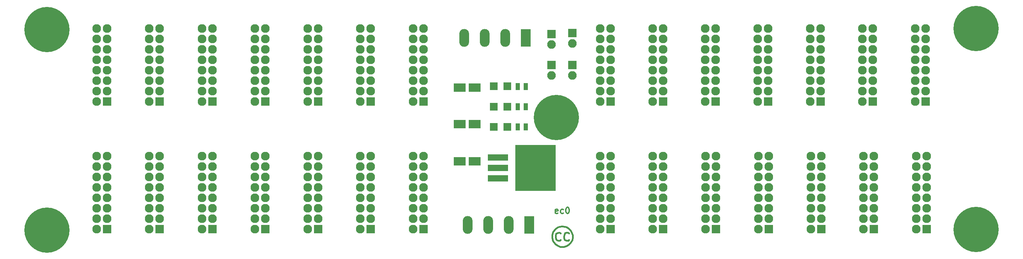
<source format=gbr>
G04 #@! TF.FileFunction,Soldermask,Top*
%FSLAX46Y46*%
G04 Gerber Fmt 4.6, Leading zero omitted, Abs format (unit mm)*
G04 Created by KiCad (PCBNEW 4.0.7+dfsg1-1ubuntu2) date Sat Apr 28 09:11:57 2018*
%MOMM*%
%LPD*%
G01*
G04 APERTURE LIST*
%ADD10C,0.100000*%
%ADD11C,0.300000*%
%ADD12C,0.381000*%
%ADD13C,11.000000*%
%ADD14C,1.100000*%
%ADD15R,3.000000X2.000000*%
%ADD16R,1.900000X1.900000*%
%ADD17R,2.380000X4.360000*%
%ADD18O,2.380000X4.360000*%
%ADD19R,2.100000X2.100000*%
%ADD20O,2.100000X2.100000*%
%ADD21R,1.100000X1.700000*%
%ADD22R,5.000000X1.500000*%
%ADD23R,9.800000X11.200000*%
%ADD24R,2.127200X2.127200*%
%ADD25O,2.127200X2.127200*%
G04 APERTURE END LIST*
D10*
D11*
X154278572Y-144507143D02*
X154135715Y-144578571D01*
X153850001Y-144578571D01*
X153707144Y-144507143D01*
X153635715Y-144364286D01*
X153635715Y-143792857D01*
X153707144Y-143650000D01*
X153850001Y-143578571D01*
X154135715Y-143578571D01*
X154278572Y-143650000D01*
X154350001Y-143792857D01*
X154350001Y-143935714D01*
X153635715Y-144078571D01*
X155635715Y-144507143D02*
X155492858Y-144578571D01*
X155207144Y-144578571D01*
X155064286Y-144507143D01*
X154992858Y-144435714D01*
X154921429Y-144292857D01*
X154921429Y-143864286D01*
X154992858Y-143721429D01*
X155064286Y-143650000D01*
X155207144Y-143578571D01*
X155492858Y-143578571D01*
X155635715Y-143650000D01*
X156564286Y-143078571D02*
X156707143Y-143078571D01*
X156850000Y-143150000D01*
X156921429Y-143221429D01*
X156992858Y-143364286D01*
X157064286Y-143650000D01*
X157064286Y-144007143D01*
X156992858Y-144292857D01*
X156921429Y-144435714D01*
X156850000Y-144507143D01*
X156707143Y-144578571D01*
X156564286Y-144578571D01*
X156421429Y-144507143D01*
X156350000Y-144435714D01*
X156278572Y-144292857D01*
X156207143Y-144007143D01*
X156207143Y-143650000D01*
X156278572Y-143364286D01*
X156350000Y-143221429D01*
X156421429Y-143150000D01*
X156564286Y-143078571D01*
D12*
X156975200Y-149399900D02*
X156876140Y-149300840D01*
X156876140Y-149300840D02*
X156675480Y-149199240D01*
X156675480Y-149199240D02*
X156375760Y-149199240D01*
X156375760Y-149199240D02*
X156076040Y-149300840D01*
X156076040Y-149300840D02*
X155875380Y-149699620D01*
X155875380Y-149699620D02*
X155773780Y-150200000D01*
X155773780Y-150200000D02*
X155773780Y-150598780D01*
X155773780Y-150598780D02*
X155974440Y-151000100D01*
X155974440Y-151000100D02*
X156375760Y-151200760D01*
X156375760Y-151200760D02*
X156573880Y-151200760D01*
X156573880Y-151200760D02*
X156876140Y-151200760D01*
X156876140Y-151200760D02*
X156975200Y-151000100D01*
X154976220Y-149399900D02*
X154874620Y-149300840D01*
X154874620Y-149300840D02*
X154574900Y-149199240D01*
X154574900Y-149199240D02*
X154176120Y-149300840D01*
X154176120Y-149300840D02*
X153873860Y-149498960D01*
X153873860Y-149498960D02*
X153774800Y-149900280D01*
X153774800Y-149900280D02*
X153774800Y-150299060D01*
X153774800Y-150299060D02*
X153873860Y-150799440D01*
X153873860Y-150799440D02*
X154074520Y-151099160D01*
X154074520Y-151099160D02*
X154374240Y-151200760D01*
X154374240Y-151200760D02*
X154775560Y-151200760D01*
X154775560Y-151200760D02*
X154976220Y-151000100D01*
X155375000Y-147700640D02*
X155275940Y-147700640D01*
X155275940Y-147700640D02*
X154673960Y-147799700D01*
X154673960Y-147799700D02*
X154176120Y-148000360D01*
X154176120Y-148000360D02*
X153675740Y-148399140D01*
X153675740Y-148399140D02*
X153175360Y-149001120D01*
X153175360Y-149001120D02*
X152974700Y-149399900D01*
X152974700Y-149399900D02*
X152875640Y-149900280D01*
X152875640Y-149900280D02*
X152875640Y-150499720D01*
X152875640Y-150499720D02*
X153073760Y-151299820D01*
X153073760Y-151299820D02*
X153675740Y-152000860D01*
X153675740Y-152000860D02*
X154176120Y-152399640D01*
X154176120Y-152399640D02*
X154874620Y-152699360D01*
X154874620Y-152699360D02*
X155674720Y-152699360D01*
X155674720Y-152699360D02*
X156274160Y-152501240D01*
X156274160Y-152501240D02*
X156876140Y-152198980D01*
X156876140Y-152198980D02*
X157373980Y-151701140D01*
X157373980Y-151701140D02*
X157775300Y-151000100D01*
X157775300Y-151000100D02*
X157874360Y-150400660D01*
X157874360Y-150400660D02*
X157874360Y-149801220D01*
X157874360Y-149801220D02*
X157676240Y-149199240D01*
X157676240Y-149199240D02*
X157373980Y-148698860D01*
X157373980Y-148698860D02*
X156876140Y-148201020D01*
X156876140Y-148201020D02*
X156375760Y-147898760D01*
X156375760Y-147898760D02*
X155974440Y-147799700D01*
X155974440Y-147799700D02*
X155375000Y-147700640D01*
X156975200Y-149399900D02*
X156876140Y-149300840D01*
X156876140Y-149300840D02*
X156675480Y-149199240D01*
X156675480Y-149199240D02*
X156375760Y-149199240D01*
X156375760Y-149199240D02*
X156076040Y-149300840D01*
X156076040Y-149300840D02*
X155875380Y-149699620D01*
X155875380Y-149699620D02*
X155773780Y-150200000D01*
X155773780Y-150200000D02*
X155773780Y-150598780D01*
X155773780Y-150598780D02*
X155974440Y-151000100D01*
X155974440Y-151000100D02*
X156375760Y-151200760D01*
X156375760Y-151200760D02*
X156573880Y-151200760D01*
X156573880Y-151200760D02*
X156876140Y-151200760D01*
X156876140Y-151200760D02*
X156975200Y-151000100D01*
X154976220Y-149399900D02*
X154874620Y-149300840D01*
X154874620Y-149300840D02*
X154574900Y-149199240D01*
X154574900Y-149199240D02*
X154176120Y-149300840D01*
X154176120Y-149300840D02*
X153873860Y-149498960D01*
X153873860Y-149498960D02*
X153774800Y-149900280D01*
X153774800Y-149900280D02*
X153774800Y-150299060D01*
X153774800Y-150299060D02*
X153873860Y-150799440D01*
X153873860Y-150799440D02*
X154074520Y-151099160D01*
X154074520Y-151099160D02*
X154374240Y-151200760D01*
X154374240Y-151200760D02*
X154775560Y-151200760D01*
X154775560Y-151200760D02*
X154976220Y-151000100D01*
X155375000Y-147700640D02*
X155275940Y-147700640D01*
X155275940Y-147700640D02*
X154673960Y-147799700D01*
X154673960Y-147799700D02*
X154176120Y-148000360D01*
X154176120Y-148000360D02*
X153675740Y-148399140D01*
X153675740Y-148399140D02*
X153175360Y-149001120D01*
X153175360Y-149001120D02*
X152974700Y-149399900D01*
X152974700Y-149399900D02*
X152875640Y-149900280D01*
X152875640Y-149900280D02*
X152875640Y-150499720D01*
X152875640Y-150499720D02*
X153073760Y-151299820D01*
X153073760Y-151299820D02*
X153675740Y-152000860D01*
X153675740Y-152000860D02*
X154176120Y-152399640D01*
X154176120Y-152399640D02*
X154874620Y-152699360D01*
X154874620Y-152699360D02*
X155674720Y-152699360D01*
X155674720Y-152699360D02*
X156274160Y-152501240D01*
X156274160Y-152501240D02*
X156876140Y-152198980D01*
X156876140Y-152198980D02*
X157373980Y-151701140D01*
X157373980Y-151701140D02*
X157775300Y-151000100D01*
X157775300Y-151000100D02*
X157874360Y-150400660D01*
X157874360Y-150400660D02*
X157874360Y-149801220D01*
X157874360Y-149801220D02*
X157676240Y-149199240D01*
X157676240Y-149199240D02*
X157373980Y-148698860D01*
X157373980Y-148698860D02*
X156876140Y-148201020D01*
X156876140Y-148201020D02*
X156375760Y-147898760D01*
X156375760Y-147898760D02*
X155974440Y-147799700D01*
X155974440Y-147799700D02*
X155375000Y-147700640D01*
D13*
X256135749Y-99550000D03*
D14*
X260110749Y-99550000D03*
X258946498Y-102360749D03*
X256135749Y-103525000D03*
X253325000Y-102360749D03*
X252160749Y-99550000D03*
X253325000Y-96739251D03*
X256135749Y-95575000D03*
X258946498Y-96739251D03*
D13*
X256135749Y-148460749D03*
D14*
X260110749Y-148460749D03*
X258946498Y-151271498D03*
X256135749Y-152435749D03*
X253325000Y-151271498D03*
X252160749Y-148460749D03*
X253325000Y-145650000D03*
X256135749Y-144485749D03*
X258946498Y-145650000D03*
D13*
X153914251Y-121239251D03*
D14*
X157889251Y-121239251D03*
X156725000Y-124050000D03*
X153914251Y-125214251D03*
X151103502Y-124050000D03*
X149939251Y-121239251D03*
X151103502Y-118428502D03*
X153914251Y-117264251D03*
X156725000Y-118428502D03*
D13*
X29885749Y-148660749D03*
D14*
X33860749Y-148660749D03*
X32696498Y-151471498D03*
X29885749Y-152635749D03*
X27075000Y-151471498D03*
X25910749Y-148660749D03*
X27075000Y-145850000D03*
X29885749Y-144685749D03*
X32696498Y-145850000D03*
D15*
X134025000Y-113950000D03*
X130425000Y-113950000D03*
X130425000Y-122835000D03*
X134025000Y-122835000D03*
X130425000Y-131850000D03*
X134025000Y-131850000D03*
D16*
X142000000Y-113625000D03*
X138700000Y-113625000D03*
X142000000Y-118550000D03*
X138700000Y-118550000D03*
X142000000Y-123450000D03*
X138700000Y-123450000D03*
D17*
X146500000Y-101850000D03*
D18*
X141500000Y-101850000D03*
X131500000Y-101850000D03*
X136500000Y-101850000D03*
D17*
X147350000Y-147350000D03*
D18*
X142350000Y-147350000D03*
X132350000Y-147350000D03*
X137350000Y-147350000D03*
D19*
X152750000Y-100875000D03*
D20*
X152750000Y-103415000D03*
D19*
X152750000Y-108425000D03*
D20*
X152750000Y-110965000D03*
D19*
X157800000Y-100650000D03*
D20*
X157800000Y-103190000D03*
D19*
X157800000Y-108425000D03*
D20*
X157800000Y-110965000D03*
D21*
X144550000Y-113675000D03*
X146450000Y-113675000D03*
X144550000Y-118600000D03*
X146450000Y-118600000D03*
X144550000Y-123500000D03*
X146450000Y-123500000D03*
D13*
X29885749Y-99750000D03*
D14*
X33860749Y-99750000D03*
X32696498Y-102560749D03*
X29885749Y-103725000D03*
X27075000Y-102560749D03*
X25910749Y-99750000D03*
X27075000Y-96939251D03*
X29885749Y-95775000D03*
X32696498Y-96939251D03*
D22*
X139725000Y-130900000D03*
X139725000Y-133440000D03*
X139725000Y-135980000D03*
D23*
X148875000Y-133440000D03*
D24*
X244049998Y-148369999D03*
D25*
X241509998Y-148369999D03*
X244049998Y-145829999D03*
X241509998Y-145829999D03*
X244049998Y-143289999D03*
X241509998Y-143289999D03*
X244049998Y-140749999D03*
X241509998Y-140749999D03*
X244049998Y-138209999D03*
X241509998Y-138209999D03*
X244049998Y-135669999D03*
X241509998Y-135669999D03*
X244049998Y-133129999D03*
X241509998Y-133129999D03*
X244049998Y-130589999D03*
X241509998Y-130589999D03*
D24*
X121574988Y-148369999D03*
D25*
X119034988Y-148369999D03*
X121574988Y-145829999D03*
X119034988Y-145829999D03*
X121574988Y-143289999D03*
X119034988Y-143289999D03*
X121574988Y-140749999D03*
X119034988Y-140749999D03*
X121574988Y-138209999D03*
X119034988Y-138209999D03*
X121574988Y-135669999D03*
X119034988Y-135669999D03*
X121574988Y-133129999D03*
X119034988Y-133129999D03*
X121574988Y-130589999D03*
X119034988Y-130589999D03*
D24*
X243799998Y-117310001D03*
D25*
X241259998Y-117310001D03*
X243799998Y-114770001D03*
X241259998Y-114770001D03*
X243799998Y-112230001D03*
X241259998Y-112230001D03*
X243799998Y-109690001D03*
X241259998Y-109690001D03*
X243799998Y-107150001D03*
X241259998Y-107150001D03*
X243799998Y-104610001D03*
X241259998Y-104610001D03*
X243799998Y-102070001D03*
X241259998Y-102070001D03*
X243799998Y-99530001D03*
X241259998Y-99530001D03*
D24*
X121574988Y-117310001D03*
D25*
X119034988Y-117310001D03*
X121574988Y-114770001D03*
X119034988Y-114770001D03*
X121574988Y-112230001D03*
X119034988Y-112230001D03*
X121574988Y-109690001D03*
X119034988Y-109690001D03*
X121574988Y-107150001D03*
X119034988Y-107150001D03*
X121574988Y-104610001D03*
X119034988Y-104610001D03*
X121574988Y-102070001D03*
X119034988Y-102070001D03*
X121574988Y-99530001D03*
X119034988Y-99530001D03*
D24*
X231204165Y-148369999D03*
D25*
X228664165Y-148369999D03*
X231204165Y-145829999D03*
X228664165Y-145829999D03*
X231204165Y-143289999D03*
X228664165Y-143289999D03*
X231204165Y-140749999D03*
X228664165Y-140749999D03*
X231204165Y-138209999D03*
X228664165Y-138209999D03*
X231204165Y-135669999D03*
X228664165Y-135669999D03*
X231204165Y-133129999D03*
X228664165Y-133129999D03*
X231204165Y-130589999D03*
X228664165Y-130589999D03*
D24*
X108728836Y-148369999D03*
D25*
X106188836Y-148369999D03*
X108728836Y-145829999D03*
X106188836Y-145829999D03*
X108728836Y-143289999D03*
X106188836Y-143289999D03*
X108728836Y-140749999D03*
X106188836Y-140749999D03*
X108728836Y-138209999D03*
X106188836Y-138209999D03*
X108728836Y-135669999D03*
X106188836Y-135669999D03*
X108728836Y-133129999D03*
X106188836Y-133129999D03*
X108728836Y-130589999D03*
X106188836Y-130589999D03*
D24*
X230991665Y-117310001D03*
D25*
X228451665Y-117310001D03*
X230991665Y-114770001D03*
X228451665Y-114770001D03*
X230991665Y-112230001D03*
X228451665Y-112230001D03*
X230991665Y-109690001D03*
X228451665Y-109690001D03*
X230991665Y-107150001D03*
X228451665Y-107150001D03*
X230991665Y-104610001D03*
X228451665Y-104610001D03*
X230991665Y-102070001D03*
X228451665Y-102070001D03*
X230991665Y-99530001D03*
X228451665Y-99530001D03*
D24*
X108728836Y-117310001D03*
D25*
X106188836Y-117310001D03*
X108728836Y-114770001D03*
X106188836Y-114770001D03*
X108728836Y-112230001D03*
X106188836Y-112230001D03*
X108728836Y-109690001D03*
X106188836Y-109690001D03*
X108728836Y-107150001D03*
X106188836Y-107150001D03*
X108728836Y-104610001D03*
X106188836Y-104610001D03*
X108728836Y-102070001D03*
X106188836Y-102070001D03*
X108728836Y-99530001D03*
X106188836Y-99530001D03*
D24*
X218458332Y-148369999D03*
D25*
X215918332Y-148369999D03*
X218458332Y-145829999D03*
X215918332Y-145829999D03*
X218458332Y-143289999D03*
X215918332Y-143289999D03*
X218458332Y-140749999D03*
X215918332Y-140749999D03*
X218458332Y-138209999D03*
X215918332Y-138209999D03*
X218458332Y-135669999D03*
X215918332Y-135669999D03*
X218458332Y-133129999D03*
X215918332Y-133129999D03*
X218458332Y-130589999D03*
X215918332Y-130589999D03*
D24*
X95882684Y-148369999D03*
D25*
X93342684Y-148369999D03*
X95882684Y-145829999D03*
X93342684Y-145829999D03*
X95882684Y-143289999D03*
X93342684Y-143289999D03*
X95882684Y-140749999D03*
X93342684Y-140749999D03*
X95882684Y-138209999D03*
X93342684Y-138209999D03*
X95882684Y-135669999D03*
X93342684Y-135669999D03*
X95882684Y-133129999D03*
X93342684Y-133129999D03*
X95882684Y-130589999D03*
X93342684Y-130589999D03*
D24*
X218283332Y-117310001D03*
D25*
X215743332Y-117310001D03*
X218283332Y-114770001D03*
X215743332Y-114770001D03*
X218283332Y-112230001D03*
X215743332Y-112230001D03*
X218283332Y-109690001D03*
X215743332Y-109690001D03*
X218283332Y-107150001D03*
X215743332Y-107150001D03*
X218283332Y-104610001D03*
X215743332Y-104610001D03*
X218283332Y-102070001D03*
X215743332Y-102070001D03*
X218283332Y-99530001D03*
X215743332Y-99530001D03*
D24*
X95882684Y-117310001D03*
D25*
X93342684Y-117310001D03*
X95882684Y-114770001D03*
X93342684Y-114770001D03*
X95882684Y-112230001D03*
X93342684Y-112230001D03*
X95882684Y-109690001D03*
X93342684Y-109690001D03*
X95882684Y-107150001D03*
X93342684Y-107150001D03*
X95882684Y-104610001D03*
X93342684Y-104610001D03*
X95882684Y-102070001D03*
X93342684Y-102070001D03*
X95882684Y-99530001D03*
X93342684Y-99530001D03*
D24*
X205637499Y-148369999D03*
D25*
X203097499Y-148369999D03*
X205637499Y-145829999D03*
X203097499Y-145829999D03*
X205637499Y-143289999D03*
X203097499Y-143289999D03*
X205637499Y-140749999D03*
X203097499Y-140749999D03*
X205637499Y-138209999D03*
X203097499Y-138209999D03*
X205637499Y-135669999D03*
X203097499Y-135669999D03*
X205637499Y-133129999D03*
X203097499Y-133129999D03*
X205637499Y-130589999D03*
X203097499Y-130589999D03*
D24*
X83036532Y-148369999D03*
D25*
X80496532Y-148369999D03*
X83036532Y-145829999D03*
X80496532Y-145829999D03*
X83036532Y-143289999D03*
X80496532Y-143289999D03*
X83036532Y-140749999D03*
X80496532Y-140749999D03*
X83036532Y-138209999D03*
X80496532Y-138209999D03*
X83036532Y-135669999D03*
X80496532Y-135669999D03*
X83036532Y-133129999D03*
X80496532Y-133129999D03*
X83036532Y-130589999D03*
X80496532Y-130589999D03*
D24*
X205499999Y-117310001D03*
D25*
X202959999Y-117310001D03*
X205499999Y-114770001D03*
X202959999Y-114770001D03*
X205499999Y-112230001D03*
X202959999Y-112230001D03*
X205499999Y-109690001D03*
X202959999Y-109690001D03*
X205499999Y-107150001D03*
X202959999Y-107150001D03*
X205499999Y-104610001D03*
X202959999Y-104610001D03*
X205499999Y-102070001D03*
X202959999Y-102070001D03*
X205499999Y-99530001D03*
X202959999Y-99530001D03*
D24*
X83036532Y-117310001D03*
D25*
X80496532Y-117310001D03*
X83036532Y-114770001D03*
X80496532Y-114770001D03*
X83036532Y-112230001D03*
X80496532Y-112230001D03*
X83036532Y-109690001D03*
X80496532Y-109690001D03*
X83036532Y-107150001D03*
X80496532Y-107150001D03*
X83036532Y-104610001D03*
X80496532Y-104610001D03*
X83036532Y-102070001D03*
X80496532Y-102070001D03*
X83036532Y-99530001D03*
X80496532Y-99530001D03*
D24*
X192791666Y-148369999D03*
D25*
X190251666Y-148369999D03*
X192791666Y-145829999D03*
X190251666Y-145829999D03*
X192791666Y-143289999D03*
X190251666Y-143289999D03*
X192791666Y-140749999D03*
X190251666Y-140749999D03*
X192791666Y-138209999D03*
X190251666Y-138209999D03*
X192791666Y-135669999D03*
X190251666Y-135669999D03*
X192791666Y-133129999D03*
X190251666Y-133129999D03*
X192791666Y-130589999D03*
X190251666Y-130589999D03*
D24*
X70190380Y-148369999D03*
D25*
X67650380Y-148369999D03*
X70190380Y-145829999D03*
X67650380Y-145829999D03*
X70190380Y-143289999D03*
X67650380Y-143289999D03*
X70190380Y-140749999D03*
X67650380Y-140749999D03*
X70190380Y-138209999D03*
X67650380Y-138209999D03*
X70190380Y-135669999D03*
X67650380Y-135669999D03*
X70190380Y-133129999D03*
X67650380Y-133129999D03*
X70190380Y-130589999D03*
X67650380Y-130589999D03*
D24*
X192691666Y-117310001D03*
D25*
X190151666Y-117310001D03*
X192691666Y-114770001D03*
X190151666Y-114770001D03*
X192691666Y-112230001D03*
X190151666Y-112230001D03*
X192691666Y-109690001D03*
X190151666Y-109690001D03*
X192691666Y-107150001D03*
X190151666Y-107150001D03*
X192691666Y-104610001D03*
X190151666Y-104610001D03*
X192691666Y-102070001D03*
X190151666Y-102070001D03*
X192691666Y-99530001D03*
X190151666Y-99530001D03*
D24*
X70190380Y-117310001D03*
D25*
X67650380Y-117310001D03*
X70190380Y-114770001D03*
X67650380Y-114770001D03*
X70190380Y-112230001D03*
X67650380Y-112230001D03*
X70190380Y-109690001D03*
X67650380Y-109690001D03*
X70190380Y-107150001D03*
X67650380Y-107150001D03*
X70190380Y-104610001D03*
X67650380Y-104610001D03*
X70190380Y-102070001D03*
X67650380Y-102070001D03*
X70190380Y-99530001D03*
X67650380Y-99530001D03*
D24*
X179945833Y-148369999D03*
D25*
X177405833Y-148369999D03*
X179945833Y-145829999D03*
X177405833Y-145829999D03*
X179945833Y-143289999D03*
X177405833Y-143289999D03*
X179945833Y-140749999D03*
X177405833Y-140749999D03*
X179945833Y-138209999D03*
X177405833Y-138209999D03*
X179945833Y-135669999D03*
X177405833Y-135669999D03*
X179945833Y-133129999D03*
X177405833Y-133129999D03*
X179945833Y-130589999D03*
X177405833Y-130589999D03*
D24*
X57344228Y-148369999D03*
D25*
X54804228Y-148369999D03*
X57344228Y-145829999D03*
X54804228Y-145829999D03*
X57344228Y-143289999D03*
X54804228Y-143289999D03*
X57344228Y-140749999D03*
X54804228Y-140749999D03*
X57344228Y-138209999D03*
X54804228Y-138209999D03*
X57344228Y-135669999D03*
X54804228Y-135669999D03*
X57344228Y-133129999D03*
X54804228Y-133129999D03*
X57344228Y-130589999D03*
X54804228Y-130589999D03*
D24*
X179883333Y-117310001D03*
D25*
X177343333Y-117310001D03*
X179883333Y-114770001D03*
X177343333Y-114770001D03*
X179883333Y-112230001D03*
X177343333Y-112230001D03*
X179883333Y-109690001D03*
X177343333Y-109690001D03*
X179883333Y-107150001D03*
X177343333Y-107150001D03*
X179883333Y-104610001D03*
X177343333Y-104610001D03*
X179883333Y-102070001D03*
X177343333Y-102070001D03*
X179883333Y-99530001D03*
X177343333Y-99530001D03*
D24*
X57344228Y-117310001D03*
D25*
X54804228Y-117310001D03*
X57344228Y-114770001D03*
X54804228Y-114770001D03*
X57344228Y-112230001D03*
X54804228Y-112230001D03*
X57344228Y-109690001D03*
X54804228Y-109690001D03*
X57344228Y-107150001D03*
X54804228Y-107150001D03*
X57344228Y-104610001D03*
X54804228Y-104610001D03*
X57344228Y-102070001D03*
X54804228Y-102070001D03*
X57344228Y-99530001D03*
X54804228Y-99530001D03*
D24*
X167125000Y-148369999D03*
D25*
X164585000Y-148369999D03*
X167125000Y-145829999D03*
X164585000Y-145829999D03*
X167125000Y-143289999D03*
X164585000Y-143289999D03*
X167125000Y-140749999D03*
X164585000Y-140749999D03*
X167125000Y-138209999D03*
X164585000Y-138209999D03*
X167125000Y-135669999D03*
X164585000Y-135669999D03*
X167125000Y-133129999D03*
X164585000Y-133129999D03*
X167125000Y-130589999D03*
X164585000Y-130589999D03*
D24*
X44498076Y-148369999D03*
D25*
X41958076Y-148369999D03*
X44498076Y-145829999D03*
X41958076Y-145829999D03*
X44498076Y-143289999D03*
X41958076Y-143289999D03*
X44498076Y-140749999D03*
X41958076Y-140749999D03*
X44498076Y-138209999D03*
X41958076Y-138209999D03*
X44498076Y-135669999D03*
X41958076Y-135669999D03*
X44498076Y-133129999D03*
X41958076Y-133129999D03*
X44498076Y-130589999D03*
X41958076Y-130589999D03*
D24*
X167100000Y-117310001D03*
D25*
X164560000Y-117310001D03*
X167100000Y-114770001D03*
X164560000Y-114770001D03*
X167100000Y-112230001D03*
X164560000Y-112230001D03*
X167100000Y-109690001D03*
X164560000Y-109690001D03*
X167100000Y-107150001D03*
X164560000Y-107150001D03*
X167100000Y-104610001D03*
X164560000Y-104610001D03*
X167100000Y-102070001D03*
X164560000Y-102070001D03*
X167100000Y-99530001D03*
X164560000Y-99530001D03*
D24*
X44498076Y-117310001D03*
D25*
X41958076Y-117310001D03*
X44498076Y-114770001D03*
X41958076Y-114770001D03*
X44498076Y-112230001D03*
X41958076Y-112230001D03*
X44498076Y-109690001D03*
X41958076Y-109690001D03*
X44498076Y-107150001D03*
X41958076Y-107150001D03*
X44498076Y-104610001D03*
X41958076Y-104610001D03*
X44498076Y-102070001D03*
X41958076Y-102070001D03*
X44498076Y-99530001D03*
X41958076Y-99530001D03*
M02*

</source>
